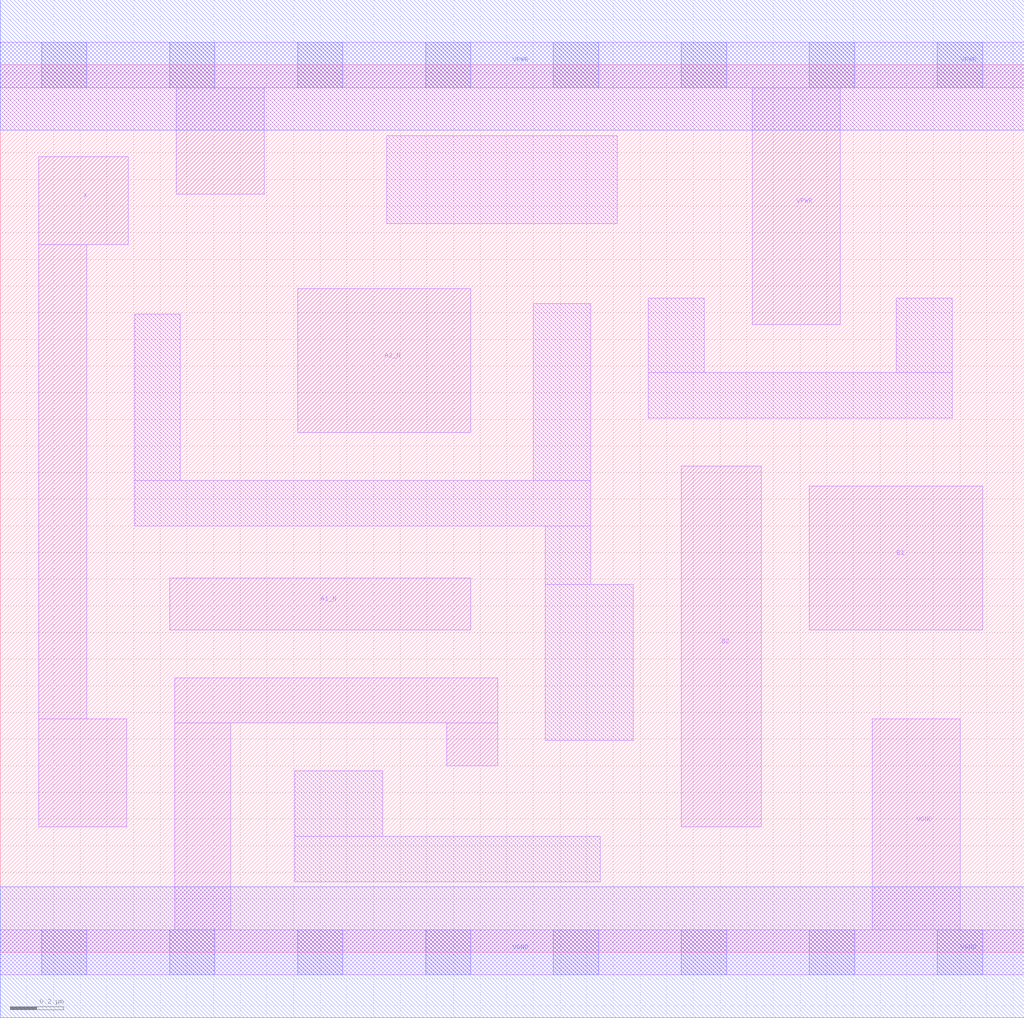
<source format=lef>
# Copyright 2020 The SkyWater PDK Authors
#
# Licensed under the Apache License, Version 2.0 (the "License");
# you may not use this file except in compliance with the License.
# You may obtain a copy of the License at
#
#     https://www.apache.org/licenses/LICENSE-2.0
#
# Unless required by applicable law or agreed to in writing, software
# distributed under the License is distributed on an "AS IS" BASIS,
# WITHOUT WARRANTIES OR CONDITIONS OF ANY KIND, either express or implied.
# See the License for the specific language governing permissions and
# limitations under the License.
#
# SPDX-License-Identifier: Apache-2.0

VERSION 5.7 ;
  NAMESCASESENSITIVE ON ;
  NOWIREEXTENSIONATPIN ON ;
  DIVIDERCHAR "/" ;
  BUSBITCHARS "[]" ;
UNITS
  DATABASE MICRONS 200 ;
END UNITS
MACRO sky130_fd_sc_lp__a2bb2o_m
  CLASS CORE ;
  SOURCE USER ;
  FOREIGN sky130_fd_sc_lp__a2bb2o_m ;
  ORIGIN  0.000000  0.000000 ;
  SIZE  3.840000 BY  3.330000 ;
  SYMMETRY X Y R90 ;
  SITE unit ;
  PIN A1_N
    ANTENNAGATEAREA  0.126000 ;
    DIRECTION INPUT ;
    USE SIGNAL ;
    PORT
      LAYER li1 ;
        RECT 0.635000 1.210000 1.765000 1.405000 ;
    END
  END A1_N
  PIN A2_N
    ANTENNAGATEAREA  0.126000 ;
    DIRECTION INPUT ;
    USE SIGNAL ;
    PORT
      LAYER li1 ;
        RECT 1.115000 1.950000 1.765000 2.490000 ;
    END
  END A2_N
  PIN B1
    ANTENNAGATEAREA  0.126000 ;
    DIRECTION INPUT ;
    USE SIGNAL ;
    PORT
      LAYER li1 ;
        RECT 3.035000 1.210000 3.685000 1.750000 ;
    END
  END B1
  PIN B2
    ANTENNAGATEAREA  0.126000 ;
    DIRECTION INPUT ;
    USE SIGNAL ;
    PORT
      LAYER li1 ;
        RECT 2.555000 0.470000 2.855000 1.825000 ;
    END
  END B2
  PIN X
    ANTENNADIFFAREA  0.239400 ;
    DIRECTION OUTPUT ;
    USE SIGNAL ;
    PORT
      LAYER li1 ;
        RECT 0.145000 0.470000 0.475000 0.875000 ;
        RECT 0.145000 0.875000 0.325000 2.655000 ;
        RECT 0.145000 2.655000 0.480000 2.985000 ;
    END
  END X
  PIN VGND
    DIRECTION INOUT ;
    USE GROUND ;
    PORT
      LAYER li1 ;
        RECT 0.000000 -0.085000 3.840000 0.085000 ;
        RECT 0.655000  0.085000 0.865000 0.860000 ;
        RECT 0.655000  0.860000 1.865000 1.030000 ;
        RECT 1.675000  0.700000 1.865000 0.860000 ;
        RECT 3.270000  0.085000 3.600000 0.875000 ;
      LAYER mcon ;
        RECT 0.155000 -0.085000 0.325000 0.085000 ;
        RECT 0.635000 -0.085000 0.805000 0.085000 ;
        RECT 1.115000 -0.085000 1.285000 0.085000 ;
        RECT 1.595000 -0.085000 1.765000 0.085000 ;
        RECT 2.075000 -0.085000 2.245000 0.085000 ;
        RECT 2.555000 -0.085000 2.725000 0.085000 ;
        RECT 3.035000 -0.085000 3.205000 0.085000 ;
        RECT 3.515000 -0.085000 3.685000 0.085000 ;
      LAYER met1 ;
        RECT 0.000000 -0.245000 3.840000 0.245000 ;
    END
  END VGND
  PIN VPWR
    DIRECTION INOUT ;
    USE POWER ;
    PORT
      LAYER li1 ;
        RECT 0.000000 3.245000 3.840000 3.415000 ;
        RECT 0.660000 2.845000 0.990000 3.245000 ;
        RECT 2.820000 2.355000 3.150000 3.245000 ;
      LAYER mcon ;
        RECT 0.155000 3.245000 0.325000 3.415000 ;
        RECT 0.635000 3.245000 0.805000 3.415000 ;
        RECT 1.115000 3.245000 1.285000 3.415000 ;
        RECT 1.595000 3.245000 1.765000 3.415000 ;
        RECT 2.075000 3.245000 2.245000 3.415000 ;
        RECT 2.555000 3.245000 2.725000 3.415000 ;
        RECT 3.035000 3.245000 3.205000 3.415000 ;
        RECT 3.515000 3.245000 3.685000 3.415000 ;
      LAYER met1 ;
        RECT 0.000000 3.085000 3.840000 3.575000 ;
    END
  END VPWR
  OBS
    LAYER li1 ;
      RECT 0.505000 1.600000 2.215000 1.770000 ;
      RECT 0.505000 1.770000 0.675000 2.395000 ;
      RECT 1.105000 0.265000 2.250000 0.435000 ;
      RECT 1.105000 0.435000 1.435000 0.680000 ;
      RECT 1.450000 2.735000 2.315000 3.065000 ;
      RECT 2.000000 1.770000 2.215000 2.435000 ;
      RECT 2.045000 0.795000 2.375000 1.380000 ;
      RECT 2.045000 1.380000 2.215000 1.600000 ;
      RECT 2.430000 2.005000 3.570000 2.175000 ;
      RECT 2.430000 2.175000 2.640000 2.455000 ;
      RECT 3.360000 2.175000 3.570000 2.455000 ;
  END
END sky130_fd_sc_lp__a2bb2o_m

</source>
